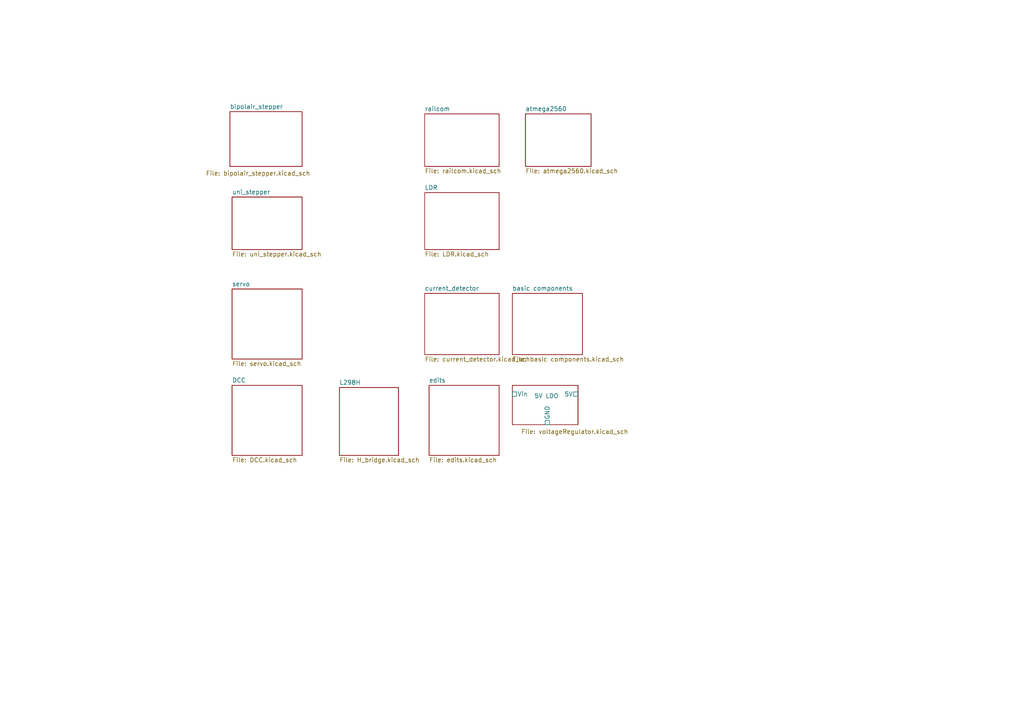
<source format=kicad_sch>
(kicad_sch
	(version 20231120)
	(generator "eeschema")
	(generator_version "8.0")
	(uuid "e777d9ec-d073-4229-a9e6-2cf85636e407")
	(paper "A4")
	(lib_symbols)
	(bus_alias "I2C"
		(members "SDA" "SCL")
	)
	(bus_alias "Lnet"
		(members "Lnet_Rx" "Lnet_Tx")
	)
	(bus_alias "Serial"
		(members "Tx" "Rx" "Reset")
	)
	(sheet
		(at 148.59 85.09)
		(size 20.32 17.78)
		(fields_autoplaced yes)
		(stroke
			(width 0.1524)
			(type solid)
		)
		(fill
			(color 0 0 0 0.0000)
		)
		(uuid "0795014e-5257-4163-bd2a-866461c84c15")
		(property "Sheetname" "basic components"
			(at 148.59 84.3784 0)
			(effects
				(font
					(size 1.27 1.27)
				)
				(justify left bottom)
			)
		)
		(property "Sheetfile" "basic components.kicad_sch"
			(at 148.59 103.4546 0)
			(effects
				(font
					(size 1.27 1.27)
				)
				(justify left top)
			)
		)
		(instances
			(project "general_schematics"
				(path "/e777d9ec-d073-4229-a9e6-2cf85636e407"
					(page "16")
				)
			)
		)
	)
	(sheet
		(at 123.19 55.88)
		(size 21.59 16.51)
		(fields_autoplaced yes)
		(stroke
			(width 0.1524)
			(type solid)
		)
		(fill
			(color 0 0 0 0.0000)
		)
		(uuid "38d599ac-34a4-48d6-818e-d419faf54082")
		(property "Sheetname" "LDR"
			(at 123.19 55.1684 0)
			(effects
				(font
					(size 1.27 1.27)
				)
				(justify left bottom)
			)
		)
		(property "Sheetfile" "LDR.kicad_sch"
			(at 123.19 72.9746 0)
			(effects
				(font
					(size 1.27 1.27)
				)
				(justify left top)
			)
		)
		(instances
			(project "general_schematics"
				(path "/e777d9ec-d073-4229-a9e6-2cf85636e407"
					(page "11")
				)
			)
		)
	)
	(sheet
		(at 148.59 111.76)
		(size 19.05 11.43)
		(stroke
			(width 0.1524)
			(type solid)
		)
		(fill
			(color 0 0 0 0.0000)
		)
		(uuid "4377a106-93b9-41cd-88a1-8112c9568850")
		(property "Sheetname" "5V LDO"
			(at 154.94 115.57 0)
			(effects
				(font
					(size 1.27 1.27)
				)
				(justify left bottom)
			)
		)
		(property "Sheetfile" "voltageRegulator.kicad_sch"
			(at 151.13 124.46 0)
			(effects
				(font
					(size 1.27 1.27)
				)
				(justify left top)
			)
		)
		(pin "5V" passive
			(at 167.64 114.3 0)
			(effects
				(font
					(size 1.27 1.27)
				)
				(justify right)
			)
			(uuid "a64acc62-4a60-417d-9fcb-889a3d61631c")
		)
		(pin "Vin" passive
			(at 148.59 114.3 180)
			(effects
				(font
					(size 1.27 1.27)
				)
				(justify left)
			)
			(uuid "604fda65-6efb-4feb-ab03-7d28e26c74ac")
		)
		(pin "GND" passive
			(at 158.75 123.19 270)
			(effects
				(font
					(size 1.27 1.27)
				)
				(justify left)
			)
			(uuid "8dd964d0-595e-43f2-8c33-36912a18e395")
		)
		(instances
			(project "general_schematics"
				(path "/e777d9ec-d073-4229-a9e6-2cf85636e407"
					(page "18")
				)
			)
		)
	)
	(sheet
		(at 123.19 33.02)
		(size 21.59 15.24)
		(fields_autoplaced yes)
		(stroke
			(width 0.1524)
			(type solid)
		)
		(fill
			(color 0 0 0 0.0000)
		)
		(uuid "875460ba-42a9-4dc8-b32a-8b7fb9496129")
		(property "Sheetname" "railcom"
			(at 123.19 32.3084 0)
			(effects
				(font
					(size 1.27 1.27)
				)
				(justify left bottom)
			)
		)
		(property "Sheetfile" "railcom.kicad_sch"
			(at 123.19 48.8446 0)
			(effects
				(font
					(size 1.27 1.27)
				)
				(justify left top)
			)
		)
		(instances
			(project "general_schematics"
				(path "/e777d9ec-d073-4229-a9e6-2cf85636e407"
					(page "10")
				)
			)
		)
	)
	(sheet
		(at 98.425 112.395)
		(size 17.145 19.685)
		(fields_autoplaced yes)
		(stroke
			(width 0.1524)
			(type solid)
		)
		(fill
			(color 0 0 0 0.0000)
		)
		(uuid "8cef4f13-71e4-4599-8e20-29c3f09ac934")
		(property "Sheetname" "L298H"
			(at 98.425 111.6834 0)
			(effects
				(font
					(size 1.27 1.27)
				)
				(justify left bottom)
			)
		)
		(property "Sheetfile" "H_bridge.kicad_sch"
			(at 98.425 132.6646 0)
			(effects
				(font
					(size 1.27 1.27)
				)
				(justify left top)
			)
		)
		(instances
			(project "general_schematics"
				(path "/e777d9ec-d073-4229-a9e6-2cf85636e407"
					(page "8")
				)
			)
		)
	)
	(sheet
		(at 67.31 57.15)
		(size 20.32 15.24)
		(fields_autoplaced yes)
		(stroke
			(width 0.1524)
			(type solid)
		)
		(fill
			(color 0 0 0 0.0000)
		)
		(uuid "9476ca91-c6eb-46e7-bd6a-31c98618510b")
		(property "Sheetname" "uni_stepper"
			(at 67.31 56.4384 0)
			(effects
				(font
					(size 1.27 1.27)
				)
				(justify left bottom)
			)
		)
		(property "Sheetfile" "uni_stepper.kicad_sch"
			(at 67.31 72.9746 0)
			(effects
				(font
					(size 1.27 1.27)
				)
				(justify left top)
			)
		)
		(instances
			(project "general_schematics"
				(path "/e777d9ec-d073-4229-a9e6-2cf85636e407"
					(page "2")
				)
			)
		)
	)
	(sheet
		(at 66.675 32.385)
		(size 20.955 15.875)
		(stroke
			(width 0.1524)
			(type solid)
		)
		(fill
			(color 0 0 0 0.0000)
		)
		(uuid "9c8f6162-972e-4a6a-9072-cbd128d102d4")
		(property "Sheetname" "bipolair_stepper"
			(at 66.675 31.6734 0)
			(effects
				(font
					(size 1.27 1.27)
				)
				(justify left bottom)
			)
		)
		(property "Sheetfile" "bipolair_stepper.kicad_sch"
			(at 59.69 49.53 0)
			(effects
				(font
					(size 1.27 1.27)
				)
				(justify left top)
			)
		)
		(instances
			(project "general_schematics"
				(path "/e777d9ec-d073-4229-a9e6-2cf85636e407"
					(page "10")
				)
			)
		)
	)
	(sheet
		(at 124.46 111.76)
		(size 20.32 20.32)
		(fields_autoplaced yes)
		(stroke
			(width 0.1524)
			(type solid)
		)
		(fill
			(color 0 0 0 0.0000)
		)
		(uuid "aabb776b-8585-481a-9ba8-7761b2bc46d6")
		(property "Sheetname" "edits"
			(at 124.46 111.0484 0)
			(effects
				(font
					(size 1.27 1.27)
				)
				(justify left bottom)
			)
		)
		(property "Sheetfile" "edits.kicad_sch"
			(at 124.46 132.6646 0)
			(effects
				(font
					(size 1.27 1.27)
				)
				(justify left top)
			)
		)
		(instances
			(project "general_schematics"
				(path "/e777d9ec-d073-4229-a9e6-2cf85636e407"
					(page "13")
				)
			)
		)
	)
	(sheet
		(at 152.4 33.02)
		(size 19.05 15.24)
		(fields_autoplaced yes)
		(stroke
			(width 0.1524)
			(type solid)
		)
		(fill
			(color 0 0 0 0.0000)
		)
		(uuid "bccc2f0e-4293-4340-930b-a120cb08f970")
		(property "Sheetname" "atmega2560"
			(at 152.4 32.3084 0)
			(effects
				(font
					(size 1.27 1.27)
				)
				(justify left bottom)
			)
		)
		(property "Sheetfile" "atmega2560.kicad_sch"
			(at 152.4 48.8446 0)
			(effects
				(font
					(size 1.27 1.27)
				)
				(justify left top)
			)
		)
		(instances
			(project "general_schematics"
				(path "/e777d9ec-d073-4229-a9e6-2cf85636e407"
					(page "17")
				)
			)
		)
	)
	(sheet
		(at 67.31 111.76)
		(size 20.32 20.32)
		(fields_autoplaced yes)
		(stroke
			(width 0.1524)
			(type solid)
		)
		(fill
			(color 0 0 0 0.0000)
		)
		(uuid "c3ae8e23-d3b7-46ce-84c2-3bde61a5ce74")
		(property "Sheetname" "DCC"
			(at 67.31 111.0484 0)
			(effects
				(font
					(size 1.27 1.27)
				)
				(justify left bottom)
			)
		)
		(property "Sheetfile" "DCC.kicad_sch"
			(at 67.31 132.6646 0)
			(effects
				(font
					(size 1.27 1.27)
				)
				(justify left top)
			)
		)
		(instances
			(project "general_schematics"
				(path "/e777d9ec-d073-4229-a9e6-2cf85636e407"
					(page "7")
				)
			)
		)
	)
	(sheet
		(at 67.31 83.82)
		(size 20.32 20.32)
		(fields_autoplaced yes)
		(stroke
			(width 0.1524)
			(type solid)
		)
		(fill
			(color 0 0 0 0.0000)
		)
		(uuid "c8788370-a7f5-4096-b7be-5f9bdb412f73")
		(property "Sheetname" "servo"
			(at 67.31 83.1084 0)
			(effects
				(font
					(size 1.27 1.27)
				)
				(justify left bottom)
			)
		)
		(property "Sheetfile" "servo.kicad_sch"
			(at 67.31 104.7246 0)
			(effects
				(font
					(size 1.27 1.27)
				)
				(justify left top)
			)
		)
		(instances
			(project "general_schematics"
				(path "/e777d9ec-d073-4229-a9e6-2cf85636e407"
					(page "3")
				)
			)
		)
	)
	(sheet
		(at 123.19 85.09)
		(size 21.59 17.78)
		(fields_autoplaced yes)
		(stroke
			(width 0.1524)
			(type solid)
		)
		(fill
			(color 0 0 0 0.0000)
		)
		(uuid "f6483e49-7b85-4a34-9d17-dfb7f9079bae")
		(property "Sheetname" "current_detector"
			(at 123.19 84.3784 0)
			(effects
				(font
					(size 1.27 1.27)
				)
				(justify left bottom)
			)
		)
		(property "Sheetfile" "current_detector.kicad_sch"
			(at 123.19 103.4546 0)
			(effects
				(font
					(size 1.27 1.27)
				)
				(justify left top)
			)
		)
		(instances
			(project "general_schematics"
				(path "/e777d9ec-d073-4229-a9e6-2cf85636e407"
					(page "12")
				)
			)
		)
	)
	(sheet_instances
		(path "/"
			(page "1")
		)
	)
)

</source>
